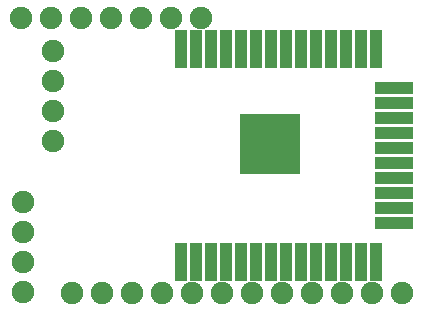
<source format=gbr>
G04 DipTrace 3.3.1.3*
G04 BottomMask.gbr*
%MOMM*%
G04 #@! TF.FileFunction,Soldermask,Bot*
G04 #@! TF.Part,Single*
%ADD42R,5.2X5.2*%
%ADD44C,1.9*%
%ADD46R,3.2X1.1*%
%ADD48R,1.1X3.2*%
%FSLAX35Y35*%
G04*
G71*
G90*
G75*
G01*
G04 BotMask*
%LPD*%
D48*
X3187950Y2195067D3*
Y395067D3*
D46*
X3337950Y1866567D3*
Y1739567D3*
Y1612567D3*
Y1485567D3*
Y1358567D3*
Y1231567D3*
Y1104567D3*
Y977567D3*
Y850567D3*
Y723567D3*
D48*
X3060950Y2195067D3*
X2933950D3*
X2806950D3*
X2679950D3*
X2552950D3*
X2425950D3*
X2298950D3*
X2171950D3*
X2044950D3*
X1917950D3*
X1790950D3*
X1663950D3*
X1536950D3*
X3060950Y395067D3*
X2933950D3*
D44*
X614723Y128583D3*
X868723D3*
X1122723D3*
X1376723D3*
X1630723D3*
X1884723D3*
X2138723D3*
X2392723D3*
X2646723D3*
X2900723D3*
X3154723D3*
X3408723D3*
X456363Y1421417D3*
Y1675417D3*
Y1929417D3*
Y2183417D3*
X197830Y142050D3*
X197807Y396050D3*
Y650050D3*
Y904050D3*
D48*
X2806950Y395067D3*
X2679950D3*
X2552950D3*
X2425950D3*
X2298950D3*
X2171950D3*
X2044950D3*
X1917950D3*
X1790950D3*
X1663950D3*
X1536950D3*
D42*
X2287950Y1395067D3*
D44*
X1708960Y2459610D3*
X1454960D3*
X1200960D3*
X946960D3*
X692960D3*
X438960D3*
X184960D3*
M02*

</source>
